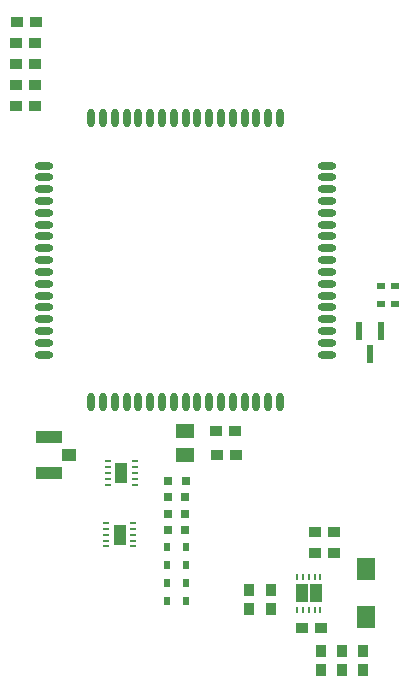
<source format=gtp>
%FSLAX25Y25*%
%MOIN*%
G70*
G01*
G75*
G04 Layer_Color=9021481*
%ADD10R,0.03937X0.03740*%
%ADD11O,0.06299X0.02362*%
%ADD12O,0.02362X0.06299*%
%ADD13R,0.03150X0.02362*%
%ADD14R,0.08661X0.03937*%
%ADD15R,0.04724X0.03937*%
%ADD16O,0.02362X0.00984*%
%ADD17R,0.04724X0.07874*%
%ADD18R,0.03150X0.03150*%
%ADD19R,0.06300X0.05000*%
%ADD20R,0.05906X0.07480*%
%ADD21O,0.00945X0.02362*%
%ADD22R,0.08465X0.06693*%
%ADD23R,0.03740X0.03937*%
%ADD24R,0.02362X0.05906*%
%ADD25C,0.04500*%
%ADD26C,0.03500*%
%ADD27C,0.02000*%
%ADD28C,0.01000*%
%ADD29C,0.06300*%
%ADD30C,0.04000*%
%ADD31C,0.06500*%
%ADD32C,0.06000*%
%ADD33C,0.02200*%
%ADD34R,0.01732X0.00787*%
%ADD35C,0.06000*%
%ADD36O,0.16929X0.06693*%
%ADD37O,0.05906X0.14961*%
%ADD38O,0.14961X0.05906*%
%ADD39C,0.05906*%
%ADD40R,0.05906X0.05906*%
%ADD41C,0.08700*%
%ADD42C,0.06496*%
%ADD43R,0.06496X0.06496*%
%ADD44R,0.05906X0.05906*%
%ADD45C,0.05000*%
%ADD46C,0.02000*%
%ADD47C,0.01969*%
%ADD48R,0.11024X0.03937*%
%ADD49R,0.07284X0.05118*%
%ADD50R,0.07717X0.12402*%
%ADD51R,0.08500X0.10799*%
%ADD52R,0.20866X0.06299*%
%ADD53R,0.12598X0.04134*%
%ADD54R,0.32677X0.41142*%
%ADD55R,0.20079X0.70079*%
%ADD56C,0.01500*%
%ADD57C,0.00799*%
%ADD58C,0.00984*%
%ADD59C,0.00700*%
%ADD60C,0.00701*%
%ADD61C,0.00787*%
%ADD62C,0.00669*%
%ADD63C,0.00800*%
%ADD64C,0.00600*%
%ADD65R,0.00886X0.03937*%
%ADD66R,0.04000X0.02000*%
%ADD67R,0.02000X0.04000*%
%ADD68R,0.10350X0.01000*%
%ADD69R,0.01000X0.11000*%
%ADD70R,0.04433X0.07043*%
%ADD71R,0.02362X0.02756*%
%ADD72R,0.03839X0.06102*%
%ADD73R,0.00000X0.03150*%
%ADD74R,0.00000X0.00000*%
D10*
X57299Y-111500D02*
D03*
X51000D02*
D03*
X50850Y-104500D02*
D03*
X57150D02*
D03*
X50850Y-97500D02*
D03*
X57150D02*
D03*
X51350Y-90500D02*
D03*
X57650D02*
D03*
X124000Y-227000D02*
D03*
X117701D02*
D03*
X124150Y-235000D02*
D03*
X117850D02*
D03*
X57299Y-118500D02*
D03*
X51000D02*
D03*
X150500Y-260500D02*
D03*
X156799D02*
D03*
X150500Y-267500D02*
D03*
X156799D02*
D03*
X152650Y-292500D02*
D03*
X146350D02*
D03*
D11*
X154744Y-201496D02*
D03*
Y-197559D02*
D03*
Y-193622D02*
D03*
Y-189685D02*
D03*
Y-185748D02*
D03*
Y-181811D02*
D03*
Y-177874D02*
D03*
Y-173937D02*
D03*
Y-170000D02*
D03*
Y-166063D02*
D03*
Y-162126D02*
D03*
Y-158189D02*
D03*
Y-154252D02*
D03*
Y-150315D02*
D03*
Y-146378D02*
D03*
Y-142441D02*
D03*
Y-138504D02*
D03*
X60256D02*
D03*
Y-142441D02*
D03*
Y-146378D02*
D03*
Y-150315D02*
D03*
Y-154252D02*
D03*
Y-158189D02*
D03*
Y-162126D02*
D03*
Y-166063D02*
D03*
Y-170000D02*
D03*
Y-173937D02*
D03*
Y-177874D02*
D03*
Y-181811D02*
D03*
Y-185748D02*
D03*
Y-189685D02*
D03*
Y-193622D02*
D03*
Y-197559D02*
D03*
Y-201496D02*
D03*
D12*
X138996Y-122756D02*
D03*
X135059D02*
D03*
X131122D02*
D03*
X127185D02*
D03*
X123248D02*
D03*
X119311D02*
D03*
X115374D02*
D03*
X111437D02*
D03*
X107500D02*
D03*
X103563D02*
D03*
X99626D02*
D03*
X95689D02*
D03*
X91752D02*
D03*
X87815D02*
D03*
X83878D02*
D03*
X79941D02*
D03*
X76004D02*
D03*
Y-217244D02*
D03*
X79941D02*
D03*
X83878D02*
D03*
X87815D02*
D03*
X91752D02*
D03*
X95689D02*
D03*
X99626D02*
D03*
X103563D02*
D03*
X107500D02*
D03*
X111437D02*
D03*
X115374D02*
D03*
X119311D02*
D03*
X123248D02*
D03*
X127185D02*
D03*
X131122D02*
D03*
X135059D02*
D03*
X138996D02*
D03*
D13*
X172638Y-184500D02*
D03*
X177362D02*
D03*
X177362Y-178500D02*
D03*
X172638D02*
D03*
D14*
X62000Y-240905D02*
D03*
Y-229095D02*
D03*
D15*
X68500Y-235000D02*
D03*
D16*
X81472Y-237063D02*
D03*
Y-239032D02*
D03*
Y-241000D02*
D03*
Y-242969D02*
D03*
Y-244937D02*
D03*
X90528D02*
D03*
Y-242969D02*
D03*
Y-241000D02*
D03*
Y-239032D02*
D03*
Y-237063D02*
D03*
X80972Y-257563D02*
D03*
Y-259531D02*
D03*
Y-261500D02*
D03*
Y-263469D02*
D03*
Y-265437D02*
D03*
X90028D02*
D03*
Y-263469D02*
D03*
Y-261500D02*
D03*
Y-259531D02*
D03*
Y-257563D02*
D03*
D18*
X107453Y-249000D02*
D03*
X101547D02*
D03*
X107500Y-243500D02*
D03*
X101594D02*
D03*
X107453Y-260000D02*
D03*
X101547D02*
D03*
X107453Y-254500D02*
D03*
X101547D02*
D03*
D19*
X107350Y-227000D02*
D03*
Y-235000D02*
D03*
D20*
X167500Y-289071D02*
D03*
Y-272929D02*
D03*
D21*
X144563Y-286512D02*
D03*
X146531D02*
D03*
X150469D02*
D03*
X148500D02*
D03*
X152437D02*
D03*
Y-275488D02*
D03*
X148500D02*
D03*
X150469D02*
D03*
X146531D02*
D03*
X144563D02*
D03*
D23*
X166500Y-300201D02*
D03*
Y-306500D02*
D03*
X159500Y-300201D02*
D03*
Y-306500D02*
D03*
X152500Y-300201D02*
D03*
Y-306500D02*
D03*
X128500Y-286150D02*
D03*
Y-279850D02*
D03*
X136000Y-279850D02*
D03*
Y-286150D02*
D03*
D24*
X169000Y-201240D02*
D03*
X165260Y-193760D02*
D03*
X172740D02*
D03*
D70*
X86000Y-241000D02*
D03*
X85500Y-261500D02*
D03*
D71*
X107650Y-265500D02*
D03*
X101350D02*
D03*
X107650Y-271500D02*
D03*
X101350D02*
D03*
X107650Y-283500D02*
D03*
X101350D02*
D03*
X107650Y-277500D02*
D03*
X101350D02*
D03*
D72*
X150808Y-281004D02*
D03*
X146182D02*
D03*
D73*
X86000Y-241000D02*
D03*
X85500Y-261500D02*
D03*
D74*
X107453Y-265500D02*
D03*
X101547D02*
D03*
X107453Y-271500D02*
D03*
X101547D02*
D03*
X107453Y-283500D02*
D03*
X101547D02*
D03*
X107453Y-277500D02*
D03*
X101547D02*
D03*
M02*

</source>
